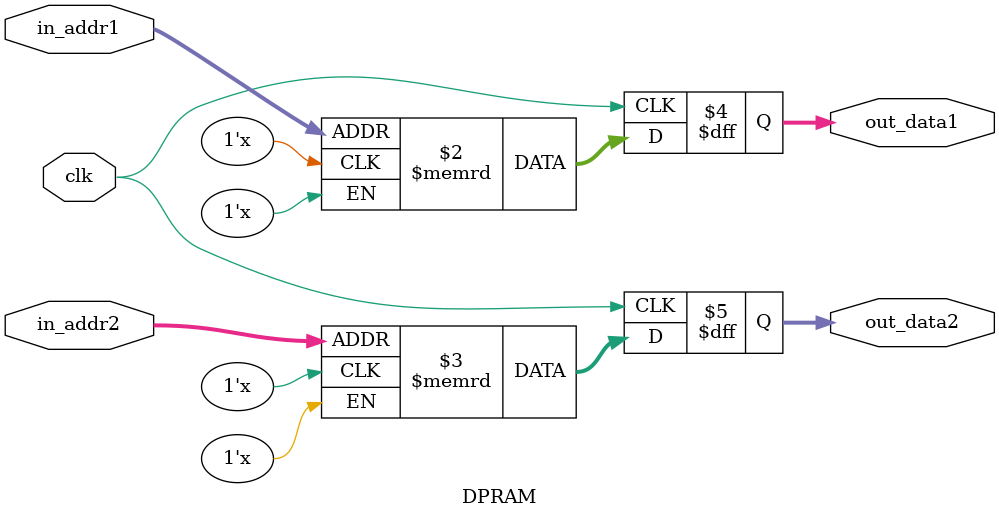
<source format=v>

module DPRAM(
	
	input [5:0] in_addr1,
	input [5:0] in_addr2,
	input clk,

	output reg [7:0] out_data1,
	output reg [7:0] out_data2
);

reg signed [7:0] mem [63:0];


always @(posedge clk) begin
	out_data1 <= mem[in_addr1];
	out_data2 <= mem[in_addr2];
end


endmodule

</source>
